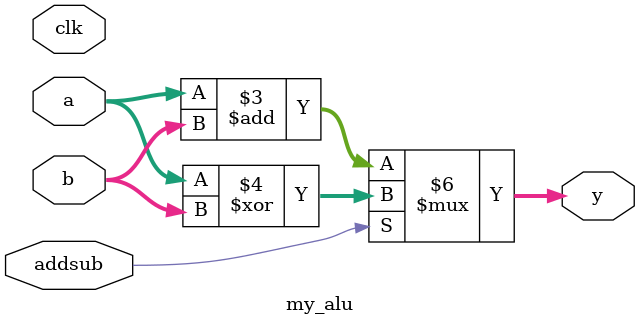
<source format=v>
module my_alu(clk, a, b, addsub, y);
	
	input[3:0] a, b;
	input addsub, clk; //0 or 1
	output reg[3:0] y;
	
	always@(addsub or a or b) begin
		if(addsub == 1'b0) 
			y = a + b;
		else 
			y = a ^ b;
	end

endmodule
</source>
